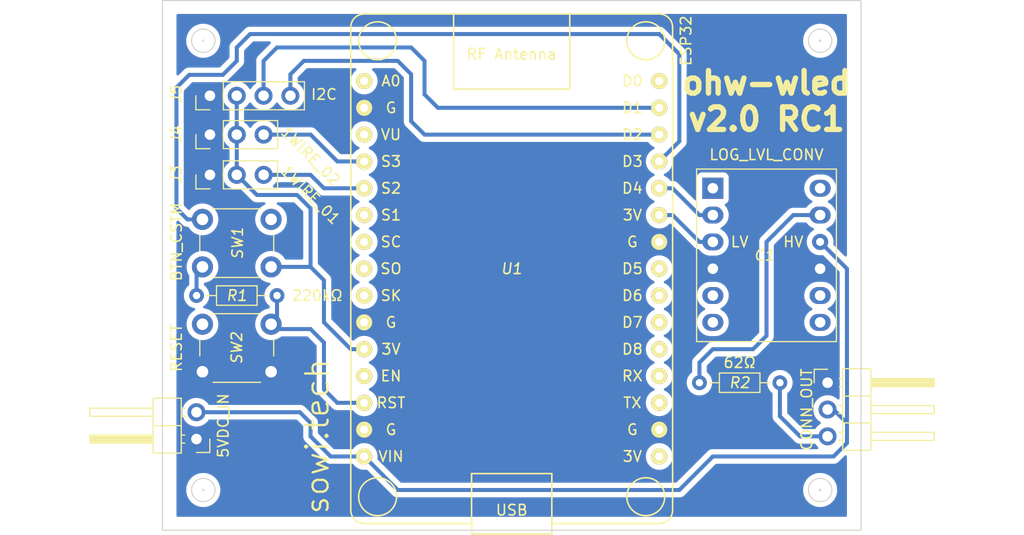
<source format=kicad_pcb>
(kicad_pcb (version 20221018) (generator pcbnew)
  (title_block (title "ohw-led") (date "2023-10-02") (rev "v2.0-RC1") (company "sowi.tech"))
  (layers (0 "F.Cu" signal) (31 "B.Cu" signal) (36 "B.SilkS" user "B.Silkscreen") (37 "F.SilkS" user "F.Silkscreen") (38 "B.Mask" user) (39 "F.Mask" user) (44 "Edge.Cuts" user))
  (net 0 "")
  (net 5 "SIG_OUT_RAW")
  (net 6 "SIG_OUT_3V3DC")
  (net 9 "1WIRE_02")
  (net 10 "I2C_SCL")
  (net 11 "I2C_SDA")
  (net 12 "RST_PUP")
  (net 13 "BTN_DATA")
  (net 14 "SIG_OUT_5VDC")
  (net 15 "1WIRE_01")
  (net 31 "GND")
  (net 32 "5VDC")
  (net 33 "3V3DC")
  (footprint "Resistor_THT:R_Axial_DIN0204_L3.6mm_D1.6mm_P7.62mm_Horizontal" (layer "F.Cu") (at 129.54 123.825)
    (fp_text reference "R2" (at 3.81 0) (layer "F.SilkS") (effects (font (thickness 0.15) italic)))
    (fp_text value "62Ω" (at 3.81 -1.905) (layer "F.SilkS"))
    (fp_line (start 0.94 0) (end 1.89 0) (stroke (width 0.12)) (layer "F.SilkS"))
    (fp_line (start 1.89 -0.92) (end 1.89 0.92) (stroke (width 0.12)) (layer "F.SilkS"))
    (fp_line (start 1.89 0.92) (end 5.73 0.92) (stroke (width 0.12)) (layer "F.SilkS"))
    (fp_line (start 5.73 -0.92) (end 1.89 -0.92) (stroke (width 0.12)) (layer "F.SilkS"))
    (fp_line (start 5.73 0.92) (end 5.73 -0.92) (stroke (width 0.12)) (layer "F.SilkS"))
    (fp_line (start 6.68 0) (end 5.73 0) (stroke (width 0.12)) (layer "F.SilkS"))
    (pad "1" thru_hole circle (at 0 0) (size 1.4 1.4) (drill 0.7) (layers "*.Cu" "*.Mask") (net 5 "SIG_OUT_RAW"))
    (pad "2" thru_hole oval (at 7.62 0) (size 1.4 1.4) (drill 0.7) (layers "*.Cu" "*.Mask") (net 14 "SIG_OUT_5VDC"))
  )
  (footprint "Components:Logic_Level_Converter" (layer "F.Cu") (at 135.89 111.76)
    (fp_text reference "C1" (at -1.27 0 unlocked) (layer "F.SilkS") (effects (font (thickness 0.15) italic) (justify left)))
    (fp_text value "Logic_level_converter")
    (fp_text user "LV" (at -2.54 -1.27 unlocked) (layer "F.SilkS"))
    (fp_text user "HV" (at 2.54 -1.27 unlocked) (layer "F.SilkS"))
    (fp_text user "LOG_LVL_CONV" (at 0 -9.525 unlocked) (layer "F.SilkS"))
    (fp_rect (start -6.62 -8.17) (end 6.62 8.17) (stroke (width 0.12)) (fill none) (layer "F.SilkS"))
    (pad "1" thru_hole rect (at -5.08 -6.35) (size 2 2) (drill 1) (layers "*.Cu" "*.Mask"))
    (pad "2" thru_hole oval (at -5.08 -3.81) (size 2 1.6) (drill 1) (layers "*.Cu" "*.Mask") (net 6 "SIG_OUT_3V3DC"))
    (pad "3" thru_hole oval (at -5.08 -1.27) (size 2 1.6) (drill 1) (layers "*.Cu" "*.Mask") (net 33 "3V3DC"))
    (pad "4" thru_hole oval (at -5.08 1.27) (size 2 1.6) (drill 1) (layers "*.Cu" "*.Mask") (net 31 "GND"))
    (pad "5" thru_hole oval (at -5.08 3.81) (size 2 1.6) (drill 1) (layers "*.Cu" "*.Mask"))
    (pad "6" thru_hole oval (at -5.08 6.35) (size 2 1.6) (drill 1) (layers "*.Cu" "*.Mask"))
    (pad "7" thru_hole oval (at 5.08 -6.35) (size 2 1.6) (drill 1) (layers "*.Cu" "*.Mask"))
    (pad "8" thru_hole oval (at 5.08 -3.81) (size 2 1.6) (drill 1) (layers "*.Cu" "*.Mask") (net 5 "SIG_OUT_RAW"))
    (pad "9" thru_hole circle (at 5.08 -1.27) (size 1.524 1.524) (drill 0.762) (layers "*.Cu" "*.Mask") (net 32 "5VDC"))
    (pad "10" thru_hole oval (at 5.08 1.27) (size 2 1.6) (drill 1) (layers "*.Cu" "*.Mask") (net 31 "GND"))
    (pad "11" thru_hole oval (at 5.08 3.81) (size 2 1.6) (drill 1) (layers "*.Cu" "*.Mask"))
    (pad "12" thru_hole oval (at 5.08 6.35) (size 2 1.6) (drill 1) (layers "*.Cu" "*.Mask"))
  )
  (footprint "Resistor_THT:R_Axial_DIN0204_L3.6mm_D1.6mm_P7.62mm_Horizontal" (layer "F.Cu") (at 81.915 115.57)
    (fp_text reference "R1" (at 3.81 0) (layer "F.SilkS") (effects (font (thickness 0.15) italic)))
    (fp_text value "220kΩ" (at 11.43 0) (layer "F.SilkS"))
    (fp_line (start 0.94 0) (end 1.89 0) (stroke (width 0.12)) (layer "F.SilkS"))
    (fp_line (start 1.89 -0.92) (end 1.89 0.92) (stroke (width 0.12)) (layer "F.SilkS"))
    (fp_line (start 1.89 0.92) (end 5.73 0.92) (stroke (width 0.12)) (layer "F.SilkS"))
    (fp_line (start 5.73 -0.92) (end 1.89 -0.92) (stroke (width 0.12)) (layer "F.SilkS"))
    (fp_line (start 5.73 0.92) (end 5.73 -0.92) (stroke (width 0.12)) (layer "F.SilkS"))
    (fp_line (start 6.68 0) (end 5.73 0) (stroke (width 0.12)) (layer "F.SilkS"))
    (pad "1" thru_hole circle (at 0 0) (size 1.4 1.4) (drill 0.7) (layers "*.Cu" "*.Mask") (net 33 "3V3DC"))
    (pad "2" thru_hole oval (at 7.62 0) (size 1.4 1.4) (drill 0.7) (layers "*.Cu" "*.Mask") (net 12 "RST_PUP"))
  )
  (footprint "Connector_PinHeader_2.54mm:PinHeader_1x04_P2.54mm_Vertical" (layer "F.Cu") (at 83.18 96.647 90)
    (fp_text reference "J5" (at 0.127 -3.17 90) (layer "F.SilkS") (effects (font (thickness 0.15) italic)))
    (fp_text value "I2C_output_01")
    (fp_text user "I2C" (at 0.127 10.8) (layer "F.SilkS"))
    (fp_line (start -1.33 -1.33) (end 0 -1.33) (stroke (width 0.12)) (layer "F.SilkS"))
    (fp_line (start -1.33 0) (end -1.33 -1.33) (stroke (width 0.12)) (layer "F.SilkS"))
    (fp_line (start -1.33 1.27) (end -1.33 8.95) (stroke (width 0.12)) (layer "F.SilkS"))
    (fp_line (start -1.33 1.27) (end 1.33 1.27) (stroke (width 0.12)) (layer "F.SilkS"))
    (fp_line (start -1.33 8.95) (end 1.33 8.95) (stroke (width 0.12)) (layer "F.SilkS"))
    (fp_line (start 1.33 1.27) (end 1.33 8.95) (stroke (width 0.12)) (layer "F.SilkS"))
    (pad "1" thru_hole rect (at 0 0 90) (size 1.7 1.7) (drill 1) (layers "*.Cu" "*.Mask") (net 31 "GND"))
    (pad "2" thru_hole oval (at 0 2.54 90) (size 1.7 1.7) (drill 1) (layers "*.Cu" "*.Mask") (net 33 "3V3DC"))
    (pad "3" thru_hole oval (at 0 5.08 90) (size 1.7 1.7) (drill 1) (layers "*.Cu" "*.Mask") (net 10 "I2C_SCL"))
    (pad "4" thru_hole oval (at 0 7.62 90) (size 1.7 1.7) (drill 1) (layers "*.Cu" "*.Mask") (net 11 "I2C_SDA"))
  )
  (footprint "Connector_PinHeader_2.54mm:PinHeader_1x02_P2.54mm_Horizontal" (layer "F.Cu") (at 81.905 129.159 180)
    (fp_text reference "J0" hide)
    (fp_text value "PinHeader_1x02_P2.54mm_Horizontal")
    (fp_text user "5VDC_IN" (at -2.54 1.27 90) (layer "F.SilkS"))
    (fp_line (start -1.27 -1.27) (end 0 -1.27) (stroke (width 0.12)) (layer "F.SilkS"))
    (fp_line (start -1.27 0) (end -1.27 -1.27) (stroke (width 0.12)) (layer "F.SilkS"))
    (fp_line (start 1.042929 2.16) (end 1.44 2.16) (stroke (width 0.12)) (layer "F.SilkS"))
    (fp_line (start 1.042929 2.92) (end 1.44 2.92) (stroke (width 0.12)) (layer "F.SilkS"))
    (fp_line (start 1.11 -0.38) (end 1.44 -0.38) (stroke (width 0.12)) (layer "F.SilkS"))
    (fp_line (start 1.11 0.38) (end 1.44 0.38) (stroke (width 0.12)) (layer "F.SilkS"))
    (fp_line (start 1.44 -1.33) (end 1.44 3.87) (stroke (width 0.12)) (layer "F.SilkS"))
    (fp_line (start 1.44 1.27) (end 4.1 1.27) (stroke (width 0.12)) (layer "F.SilkS"))
    (fp_line (start 1.44 3.87) (end 4.1 3.87) (stroke (width 0.12)) (layer "F.SilkS"))
    (fp_line (start 4.1 -1.33) (end 1.44 -1.33) (stroke (width 0.12)) (layer "F.SilkS"))
    (fp_line (start 4.1 -0.38) (end 10.1 -0.38) (stroke (width 0.12)) (layer "F.SilkS"))
    (fp_line (start 4.1 -0.32) (end 10.1 -0.32) (stroke (width 0.12)) (layer "F.SilkS"))
    (fp_line (start 4.1 -0.2) (end 10.1 -0.2) (stroke (width 0.12)) (layer "F.SilkS"))
    (fp_line (start 4.1 -0.08) (end 10.1 -0.08) (stroke (width 0.12)) (layer "F.SilkS"))
    (fp_line (start 4.1 0.04) (end 10.1 0.04) (stroke (width 0.12)) (layer "F.SilkS"))
    (fp_line (start 4.1 0.16) (end 10.1 0.16) (stroke (width 0.12)) (layer "F.SilkS"))
    (fp_line (start 4.1 0.28) (end 10.1 0.28) (stroke (width 0.12)) (layer "F.SilkS"))
    (fp_line (start 4.1 2.16) (end 10.1 2.16) (stroke (width 0.12)) (layer "F.SilkS"))
    (fp_line (start 4.1 3.87) (end 4.1 -1.33) (stroke (width 0.12)) (layer "F.SilkS"))
    (fp_line (start 10.1 -0.38) (end 10.1 0.38) (stroke (width 0.12)) (layer "F.SilkS"))
    (fp_line (start 10.1 0.38) (end 4.1 0.38) (stroke (width 0.12)) (layer "F.SilkS"))
    (fp_line (start 10.1 2.16) (end 10.1 2.92) (stroke (width 0.12)) (layer "F.SilkS"))
    (fp_line (start 10.1 2.92) (end 4.1 2.92) (stroke (width 0.12)) (layer "F.SilkS"))
    (pad "1" thru_hole rect (at 0 0 180) (size 1.7 1.7) (drill 1) (layers "*.Cu" "*.Mask") (net 31 "GND"))
    (pad "2" thru_hole oval (at 0 2.54 180) (size 1.7 1.7) (drill 1) (layers "*.Cu" "*.Mask") (net 32 "5VDC"))
  )
  (footprint "ESP8266_Basirk:NodeMCU1.0(12-E)" (layer "F.Cu") (at 111.76 113.03)
    (fp_text reference "U1" (at 0 0) (layer "F.SilkS") (effects (font (thickness 0.15) italic)))
    (fp_text value "NodeMCU_1.0_(ESP-12E)")
    (fp_text user "VIN" (at -11.43 17.78) (layer "F.SilkS"))
    (fp_text user "G" (at -11.43 5.08) (layer "F.SilkS"))
    (fp_text user "D7" (at 11.43 5.08) (layer "F.SilkS"))
    (fp_text user "SC" (at -11.43 -2.54) (layer "F.SilkS"))
    (fp_text user "D2" (at 11.43 -12.7) (layer "F.SilkS"))
    (fp_text user "S3" (at -11.43 -10.16) (layer "F.SilkS"))
    (fp_text user "ESP32" (at 16.51 -21.59 90 unlocked) (layer "F.SilkS"))
    (fp_text user "USB" (at 0 22.86) (layer "F.SilkS"))
    (fp_text user "G" (at -11.43 15.24) (layer "F.SilkS"))
    (fp_text user "D5" (at 11.43 0) (layer "F.SilkS"))
    (fp_text user "SO" (at -11.43 0) (layer "F.SilkS"))
    (fp_text user "A0" (at -11.43 -17.78) (layer "F.SilkS"))
    (fp_text user "D6" (at 11.43 2.54) (layer "F.SilkS"))
    (fp_text user "3V" (at -11.43 7.62) (layer "F.SilkS"))
    (fp_text user "S2" (at -11.43 -7.62) (layer "F.SilkS"))
    (fp_text user "D0" (at 11.43 -17.78) (layer "F.SilkS"))
    (fp_text user "D3" (at 11.43 -10.16) (layer "F.SilkS"))
    (fp_text user "3V" (at 11.43 17.78) (layer "F.SilkS"))
    (fp_text user "G" (at 11.43 15.24) (layer "F.SilkS"))
    (fp_text user "G" (at -11.43 -15.24) (layer "F.SilkS"))
    (fp_text user "D8" (at 11.43 7.62) (layer "F.SilkS"))
    (fp_text user "RF Antenna" (at 0 -20.32) (layer "F.SilkS"))
    (fp_text user "SK" (at -11.43 2.54) (layer "F.SilkS"))
    (fp_text user "RST" (at -11.43 12.7) (layer "F.SilkS"))
    (fp_text user "G" (at 11.43 -2.54) (layer "F.SilkS"))
    (fp_text user "3V" (at 11.43 -5.08) (layer "F.SilkS"))
    (fp_text user "S1" (at -11.43 -5.08) (layer "F.SilkS"))
    (fp_text user "TX" (at 11.43 12.7) (layer "F.SilkS"))
    (fp_text user "D4" (at 11.43 -7.62) (layer "F.SilkS"))
    (fp_text user "RX" (at 11.43 10.16) (layer "F.SilkS"))
    (fp_text user "D1" (at 11.43 -15.24) (layer "F.SilkS"))
    (fp_text user "VU" (at -11.43 -12.7) (layer "F.SilkS"))
    (fp_text user "EN" (at -11.43 10.16) (layer "F.SilkS"))
    (fp_line (start -15.24 -22.86) (end -15.24 22.86) (stroke (width 0.15)) (layer "F.SilkS"))
    (fp_line (start -5.5 -17) (end -5.5 -24.13) (stroke (width 0.15)) (layer "F.SilkS"))
    (fp_line (start -3.8 19.4) (end 3.8 19.4) (stroke (width 0.15)) (layer "F.SilkS"))
    (fp_line (start -3.8 24.13) (end -13.97 24.13) (stroke (width 0.15)) (layer "F.SilkS"))
    (fp_line (start -3.8 25.13) (end -3.8 19.4) (stroke (width 0.15)) (layer "F.SilkS"))
    (fp_line (start 3.8 19.4) (end 3.8 25.13) (stroke (width 0.15)) (layer "F.SilkS"))
    (fp_line (start 3.8 25.13) (end -3.8 25.13) (stroke (width 0.15)) (layer "F.SilkS"))
    (fp_line (start 5.5 -24.13) (end 5.5 -17) (stroke (width 0.15)) (layer "F.SilkS"))
    (fp_line (start 5.5 -17) (end -5.5 -17) (stroke (width 0.15)) (layer "F.SilkS"))
    (fp_line (start 13.97 -24.13) (end -13.97 -24.13) (stroke (width 0.15)) (layer "F.SilkS"))
    (fp_line (start 13.98 24.13) (end 3.81 24.13) (stroke (width 0.15)) (layer "F.SilkS"))
    (fp_line (start 15.24 -22.86) (end 15.24 22.86) (stroke (width 0.15)) (layer "F.SilkS"))
    (fp_arc (start -15.24 -22.86) (mid -14.868026 -23.758026) (end -13.97 -24.13) (stroke (width 0.15)) (layer "F.SilkS"))
    (fp_arc (start -13.97 24.13) (mid -14.868026 23.758026) (end -15.24 22.86) (stroke (width 0.15)) (layer "F.SilkS"))
    (fp_arc (start 13.97 -24.13) (mid 14.868026 -23.758026) (end 15.24 -22.86) (stroke (width 0.15)) (layer "F.SilkS"))
    (fp_arc (start 15.24 22.86) (mid 14.868026 23.758026) (end 13.97 24.13) (stroke (width 0.15)) (layer "F.SilkS"))
    (fp_circle (center -12.7 -21.59) (end -11.43 -22.86) (stroke (width 0.15)) (fill none) (layer "F.SilkS"))
    (fp_circle (center -12.7 21.59) (end -11.43 20.32) (stroke (width 0.15)) (fill none) (layer "F.SilkS"))
    (fp_circle (center 12.7 -21.59) (end 13.97 -22.86) (stroke (width 0.15)) (fill none) (layer "F.SilkS"))
    (fp_circle (center 12.7 21.59) (end 13.97 20.32) (stroke (width 0.15)) (fill none) (layer "F.SilkS"))
    (pad "1" thru_hole circle (at -13.97 -17.78) (size 1.524 1.524) (drill 0.762) (layers "*.Cu" "*.Mask" "F.SilkS"))
    (pad "2" thru_hole circle (at -13.97 -15.24) (size 1.524 1.524) (drill 0.762) (layers "*.Cu" "*.Mask" "F.SilkS") (net 31 "GND"))
    (pad "3" thru_hole circle (at -13.97 -12.7) (size 1.524 1.524) (drill 0.762) (layers "*.Cu" "*.Mask" "F.SilkS"))
    (pad "4" thru_hole circle (at -13.97 -10.16) (size 1.524 1.524) (drill 0.762) (layers "*.Cu" "*.Mask" "F.SilkS") (net 9 "1WIRE_02"))
    (pad "5" thru_hole circle (at -13.97 -7.62) (size 1.524 1.524) (drill 0.762) (layers "*.Cu" "*.Mask" "F.SilkS") (net 15 "1WIRE_01"))
    (pad "6" thru_hole circle (at -13.97 -5.08) (size 1.524 1.524) (drill 0.762) (layers "*.Cu" "*.Mask" "F.SilkS"))
    (pad "7" thru_hole circle (at -13.97 -2.54) (size 1.524 1.524) (drill 0.762) (layers "*.Cu" "*.Mask" "F.SilkS"))
    (pad "8" thru_hole circle (at -13.97 0) (size 1.524 1.524) (drill 0.762) (layers "*.Cu" "*.Mask" "F.SilkS"))
    (pad "9" thru_hole circle (at -13.97 2.54) (size 1.524 1.524) (drill 0.762) (layers "*.Cu" "*.Mask" "F.SilkS"))
    (pad "10" thru_hole circle (at -13.97 5.08) (size 1.524 1.524) (drill 0.762) (layers "*.Cu" "*.Mask" "F.SilkS") (net 31 "GND"))
    (pad "11" thru_hole circle (at -13.97 7.62) (size 1.524 1.524) (drill 0.762) (layers "*.Cu" "*.Mask" "F.SilkS") (net 33 "3V3DC"))
    (pad "12" thru_hole circle (at -13.97 10.16) (size 1.524 1.524) (drill 0.762) (layers "*.Cu" "*.Mask" "F.SilkS"))
    (pad "13" thru_hole circle (at -13.97 12.7) (size 1.524 1.524) (drill 0.762) (layers "*.Cu" "*.Mask" "F.SilkS") (net 12 "RST_PUP"))
    (pad "14" thru_hole circle (at -13.97 15.24) (size 1.524 1.524) (drill 0.762) (layers "*.Cu" "*.Mask" "F.SilkS") (net 31 "GND"))
    (pad "15" thru_hole circle (at -13.97 17.78) (size 1.524 1.524) (drill 0.762) (layers "*.Cu" "*.Mask" "F.SilkS") (net 32 "5VDC"))
    (pad "16" thru_hole circle (at 13.97 17.78) (size 1.524 1.524) (drill 0.762) (layers "*.Cu" "*.Mask" "F.SilkS"))
    (pad "17" thru_hole circle (at 13.97 15.24) (size 1.524 1.524) (drill 0.762) (layers "*.Cu" "*.Mask" "F.SilkS") (net 31 "GND"))
    (pad "18" thru_hole circle (at 13.97 12.7) (size 1.524 1.524) (drill 0.762) (layers "*.Cu" "*.Mask" "F.SilkS"))
    (pad "19" thru_hole circle (at 13.97 10.16) (size 1.524 1.524) (drill 0.762) (layers "*.Cu" "*.Mask" "F.SilkS"))
    (pad "20" thru_hole circle (at 13.97 7.62) (size 1.524 1.524) (drill 0.762) (layers "*.Cu" "*.Mask" "F.SilkS"))
    (pad "21" thru_hole circle (at 13.97 5.08) (size 1.524 1.524) (drill 0.762) (layers "*.Cu" "*.Mask" "F.SilkS"))
    (pad "22" thru_hole circle (at 13.97 2.54) (size 1.524 1.524) (drill 0.762) (layers "*.Cu" "*.Mask" "F.SilkS"))
    (pad "23" thru_hole circle (at 13.97 0) (size 1.524 1.524) (drill 0.762) (layers "*.Cu" "*.Mask" "F.SilkS"))
    (pad "24" thru_hole circle (at 13.97 -2.54) (size 1.524 1.524) (drill 0.762) (layers "*.Cu" "*.Mask" "F.SilkS") (net 31 "GND"))
    (pad "25" thru_hole circle (at 13.97 -5.08) (size 1.524 1.524) (drill 0.762) (layers "*.Cu" "*.Mask" "F.SilkS") (net 33 "3V3DC"))
    (pad "26" thru_hole circle (at 13.97 -7.62) (size 1.524 1.524) (drill 0.762) (layers "*.Cu" "*.Mask" "F.SilkS") (net 6 "SIG_OUT_3V3DC"))
    (pad "27" thru_hole circle (at 13.97 -10.16) (size 1.524 1.524) (drill 0.762) (layers "*.Cu" "*.Mask" "F.SilkS") (net 13 "BTN_DATA"))
    (pad "28" thru_hole circle (at 13.97 -12.7) (size 1.524 1.524) (drill 0.762) (layers "*.Cu" "*.Mask" "F.SilkS") (net 11 "I2C_SDA"))
    (pad "29" thru_hole circle (at 13.97 -15.24) (size 1.524 1.524) (drill 0.762) (layers "*.Cu" "*.Mask" "F.SilkS") (net 10 "I2C_SCL"))
    (pad "30" thru_hole circle (at 13.97 -17.78) (size 1.524 1.524) (drill 0.762) (layers "*.Cu" "*.Mask" "F.SilkS"))
  )
  (footprint "Connector_PinHeader_2.54mm:PinHeader_1x03_P2.54mm_Vertical" (layer "F.Cu") (at 83.185 104.14 90)
    (fp_text reference "J3" (at 0 -3.175 90) (layer "F.SilkS") (effects (font (thickness 0.15) italic)))
    (fp_text value "1Wire_output_01" hide)
    (fp_text user "1WIRE_01" (at -1.905 9.525 315) (layer "F.SilkS"))
    (fp_line (start -1.33 -1.33) (end 0 -1.33) (stroke (width 0.12)) (layer "F.SilkS"))
    (fp_line (start -1.33 0) (end -1.33 -1.33) (stroke (width 0.12)) (layer "F.SilkS"))
    (fp_line (start -1.33 1.27) (end -1.33 6.41) (stroke (width 0.12)) (layer "F.SilkS"))
    (fp_line (start -1.33 1.27) (end 1.33 1.27) (stroke (width 0.12)) (layer "F.SilkS"))
    (fp_line (start -1.33 6.41) (end 1.33 6.41) (stroke (width 0.12)) (layer "F.SilkS"))
    (fp_line (start 1.33 1.27) (end 1.33 6.41) (stroke (width 0.12)) (layer "F.SilkS"))
    (pad "1" thru_hole rect (at 0 0 90) (size 1.7 1.7) (drill 1) (layers "*.Cu" "*.Mask") (net 31 "GND"))
    (pad "2" thru_hole oval (at 0 2.54 90) (size 1.7 1.7) (drill 1) (layers "*.Cu" "*.Mask") (net 33 "3V3DC"))
    (pad "3" thru_hole oval (at 0 5.08 90) (size 1.7 1.7) (drill 1) (layers "*.Cu" "*.Mask") (net 15 "1WIRE_01"))
  )
  (footprint "Button_Switch_THT:SW_PUSH_6mm" (layer "F.Cu") (at 88.9738 122.7878 180)
    (fp_text reference "SW2" (at 3.25 2.25 90) (layer "F.SilkS") (effects (font (thickness 0.15) italic)))
    (fp_text value "SW_Push")
    (fp_text user "RESET" (at 8.965 2.25 90) (layer "F.SilkS"))
    (fp_line (start -0.25 1.5) (end -0.25 3) (stroke (width 0.12)) (layer "F.SilkS"))
    (fp_line (start 1 5.5) (end 5.5 5.5) (stroke (width 0.12)) (layer "F.SilkS"))
    (fp_line (start 5.5 -1) (end 1 -1) (stroke (width 0.12)) (layer "F.SilkS"))
    (fp_line (start 6.75 3) (end 6.75 1.5) (stroke (width 0.12)) (layer "F.SilkS"))
    (pad "1" thru_hole circle (at 0 0 270) (size 2 2) (drill 1.1) (layers "*.Cu" "*.Mask") (net 31 "GND"))
    (pad "1" thru_hole circle (at 6.5 0 270) (size 2 2) (drill 1.1) (layers "*.Cu" "*.Mask") (net 31 "GND"))
    (pad "2" thru_hole circle (at 0 4.5 270) (size 2 2) (drill 1.1) (layers "*.Cu" "*.Mask") (net 12 "RST_PUP"))
    (pad "2" thru_hole circle (at 6.5 4.5 270) (size 2 2) (drill 1.1) (layers "*.Cu" "*.Mask") (net 12 "RST_PUP"))
  )
  (footprint "Connector_PinHeader_2.54mm:PinHeader_1x03_P2.54mm_Horizontal" (layer "F.Cu") (at 141.675 123.825)
    (fp_text reference "J1" hide)
    (fp_text value "PinHeader_1x03_P2.54mm_Horizontal")
    (fp_text user "CONN_OUT" (at -1.975 2.54 -90) (layer "F.SilkS"))
    (fp_line (start -1.27 -1.27) (end 0 -1.27) (stroke (width 0.12)) (layer "F.SilkS"))
    (fp_line (start -1.27 0) (end -1.27 -1.27) (stroke (width 0.12)) (layer "F.SilkS"))
    (fp_line (start 1.042929 2.16) (end 1.44 2.16) (stroke (width 0.12)) (layer "F.SilkS"))
    (fp_line (start 1.042929 2.92) (end 1.44 2.92) (stroke (width 0.12)) (layer "F.SilkS"))
    (fp_line (start 1.042929 4.7) (end 1.44 4.7) (stroke (width 0.12)) (layer "F.SilkS"))
    (fp_line (start 1.042929 5.46) (end 1.44 5.46) (stroke (width 0.12)) (layer "F.SilkS"))
    (fp_line (start 1.11 -0.38) (end 1.44 -0.38) (stroke (width 0.12)) (layer "F.SilkS"))
    (fp_line (start 1.11 0.38) (end 1.44 0.38) (stroke (width 0.12)) (layer "F.SilkS"))
    (fp_line (start 1.44 -1.33) (end 1.44 6.41) (stroke (width 0.12)) (layer "F.SilkS"))
    (fp_line (start 1.44 1.27) (end 4.1 1.27) (stroke (width 0.12)) (layer "F.SilkS"))
    (fp_line (start 1.44 3.81) (end 4.1 3.81) (stroke (width 0.12)) (layer "F.SilkS"))
    (fp_line (start 1.44 6.41) (end 4.1 6.41) (stroke (width 0.12)) (layer "F.SilkS"))
    (fp_line (start 4.1 -1.33) (end 1.44 -1.33) (stroke (width 0.12)) (layer "F.SilkS"))
    (fp_line (start 4.1 -0.38) (end 10.1 -0.38) (stroke (width 0.12)) (layer "F.SilkS"))
    (fp_line (start 4.1 -0.32) (end 10.1 -0.32) (stroke (width 0.12)) (layer "F.SilkS"))
    (fp_line (start 4.1 -0.2) (end 10.1 -0.2) (stroke (width 0.12)) (layer "F.SilkS"))
    (fp_line (start 4.1 -0.08) (end 10.1 -0.08) (stroke (width 0.12)) (layer "F.SilkS"))
    (fp_line (start 4.1 0.04) (end 10.1 0.04) (stroke (width 0.12)) (layer "F.SilkS"))
    (fp_line (start 4.1 0.16) (end 10.1 0.16) (stroke (width 0.12)) (layer "F.SilkS"))
    (fp_line (start 4.1 0.28) (end 10.1 0.28) (stroke (width 0.12)) (layer "F.SilkS"))
    (fp_line (start 4.1 2.16) (end 10.1 2.16) (stroke (width 0.12)) (layer "F.SilkS"))
    (fp_line (start 4.1 4.7) (end 10.1 4.7) (stroke (width 0.12)) (layer "F.SilkS"))
    (fp_line (start 4.1 6.41) (end 4.1 -1.33) (stroke (width 0.12)) (layer "F.SilkS"))
    (fp_line (start 10.1 -0.38) (end 10.1 0.38) (stroke (width 0.12)) (layer "F.SilkS"))
    (fp_line (start 10.1 0.38) (end 4.1 0.38) (stroke (width 0.12)) (layer "F.SilkS"))
    (fp_line (start 10.1 2.16) (end 10.1 2.92) (stroke (width 0.12)) (layer "F.SilkS"))
    (fp_line (start 10.1 2.92) (end 4.1 2.92) (stroke (width 0.12)) (layer "F.SilkS"))
    (fp_line (start 10.1 4.7) (end 10.1 5.46) (stroke (width 0.12)) (layer "F.SilkS"))
    (fp_line (start 10.1 5.46) (end 4.1 5.46) (stroke (width 0.12)) (layer "F.SilkS"))
    (pad "1" thru_hole rect (at 0 0) (size 1.7 1.7) (drill 1) (layers "*.Cu" "*.Mask") (net 31 "GND"))
    (pad "2" thru_hole oval (at 0 2.54) (size 1.7 1.7) (drill 1) (layers "*.Cu" "*.Mask") (net 32 "5VDC"))
    (pad "3" thru_hole oval (at 0 5.08) (size 1.7 1.7) (drill 1) (layers "*.Cu" "*.Mask") (net 14 "SIG_OUT_5VDC"))
  )
  (footprint "Button_Switch_THT:SW_PUSH_6mm" (layer "F.Cu") (at 88.9738 112.8564 180)
    (fp_text reference "SW1" (at 3.175 2.25 90) (layer "F.SilkS") (effects (font (thickness 0.15) italic)))
    (fp_text value "SW_Push")
    (fp_text user "BTN_CSTM" (at 8.9638 2.3664 90) (layer "F.SilkS"))
    (fp_line (start -0.25 1.5) (end -0.25 3) (stroke (width 0.12)) (layer "F.SilkS"))
    (fp_line (start 1 5.5) (end 5.5 5.5) (stroke (width 0.12)) (layer "F.SilkS"))
    (fp_line (start 5.5 -1) (end 1 -1) (stroke (width 0.12)) (layer "F.SilkS"))
    (fp_line (start 6.75 3) (end 6.75 1.5) (stroke (width 0.12)) (layer "F.SilkS"))
    (pad "1" thru_hole circle (at 0 0 270) (size 2 2) (drill 1.1) (layers "*.Cu" "*.Mask") (net 33 "3V3DC"))
    (pad "1" thru_hole circle (at 6.5 0 270) (size 2 2) (drill 1.1) (layers "*.Cu" "*.Mask") (net 33 "3V3DC"))
    (pad "2" thru_hole circle (at 0 4.5 270) (size 2 2) (drill 1.1) (layers "*.Cu" "*.Mask") (net 13 "BTN_DATA"))
    (pad "2" thru_hole circle (at 6.5 4.5 270) (size 2 2) (drill 1.1) (layers "*.Cu" "*.Mask") (net 13 "BTN_DATA"))
  )
  (footprint "Connector_PinHeader_2.54mm:PinHeader_1x03_P2.54mm_Vertical" (layer "F.Cu") (at 83.185 100.33 90)
    (fp_text reference "J4" (at 0 -3.175 90) (layer "F.SilkS") (effects (font (thickness 0.15) italic)))
    (fp_text value "1Wire_output_02")
    (fp_text user "1WIRE_02" (at -2.032 9.525 315) (layer "F.SilkS"))
    (fp_line (start -1.33 -1.33) (end 0 -1.33) (stroke (width 0.12)) (layer "F.SilkS"))
    (fp_line (start -1.33 0) (end -1.33 -1.33) (stroke (width 0.12)) (layer "F.SilkS"))
    (fp_line (start -1.33 1.27) (end -1.33 6.41) (stroke (width 0.12)) (layer "F.SilkS"))
    (fp_line (start -1.33 1.27) (end 1.33 1.27) (stroke (width 0.12)) (layer "F.SilkS"))
    (fp_line (start -1.33 6.41) (end 1.33 6.41) (stroke (width 0.12)) (layer "F.SilkS"))
    (fp_line (start 1.33 1.27) (end 1.33 6.41) (stroke (width 0.12)) (layer "F.SilkS"))
    (pad "1" thru_hole rect (at 0 0 90) (size 1.7 1.7) (drill 1) (layers "*.Cu" "*.Mask") (net 31 "GND"))
    (pad "2" thru_hole oval (at 0 2.54 90) (size 1.7 1.7) (drill 1) (layers "*.Cu" "*.Mask") (net 33 "3V3DC"))
    (pad "3" thru_hole oval (at 0 5.08 90) (size 1.7 1.7) (drill 1) (layers "*.Cu" "*.Mask") (net 9 "1WIRE_02"))
  )
  (gr_circle (center 140.97 133.985) (end 142.079 133.985) (stroke (width 0.1)) (fill none) (layer "Edge.Cuts"))
  (gr_circle (center 140.97 91.44) (end 142.079 91.44) (stroke (width 0.1)) (fill none) (layer "Edge.Cuts"))
  (gr_circle (center 82.55 133.985) (end 83.659 133.985) (stroke (width 0.1)) (fill none) (layer "Edge.Cuts"))
  (gr_circle (center 82.55 133.985) (end 82.6434 133.985) (stroke (width 0.05)) (fill solid) (layer "Edge.Cuts"))
  (gr_circle (center 82.55 91.44) (end 82.6434 91.44) (stroke (width 0.05)) (fill solid) (layer "Edge.Cuts"))
  (gr_circle (center 82.55 91.44) (end 83.659 91.44) (stroke (width 0.1)) (fill none) (layer "Edge.Cuts"))
  (gr_rect (start 78.68 87.63) (end 144.84 137.8) (stroke (width 0.1)) (fill none) (layer "Edge.Cuts"))
  (gr_circle (center 140.97 91.44) (end 141.0634 91.44) (stroke (width 0.05)) (fill solid) (layer "Edge.Cuts"))
  (gr_circle (center 140.97 133.985) (end 141.0634 133.985) (stroke (width 0.05)) (fill solid) (layer "Edge.Cuts"))
  (gr_text "sowi.tech" (at 93.345 128.905 90) (layer "F.SilkS") (effects (font (size 2.137 2.137) (thickness 0.2137) bold)))
  (gr_text "ohw-wled\nv2.0 RC1" (at 135.89 97.155) (layer "F.SilkS") (effects (font (size 2.137 2.137) (thickness 0.508) bold)))
  (segment (start 130.81 120.65) (end 129.54 121.92) (width 0.381) (layer "B.Cu") (net 5))
  (segment (start 135.89 110.49) (end 135.89 119.38) (width 0.381) (layer "B.Cu") (net 5))
  (segment (start 135.89 119.38) (end 134.62 120.65) (width 0.381) (layer "B.Cu") (net 5))
  (segment (start 129.54 121.92) (end 129.54 123.825) (width 0.381) (layer "B.Cu") (net 5))
  (segment (start 140.97 107.95) (end 138.43 107.95) (width 0.381) (layer "B.Cu") (net 5))
  (segment (start 138.43 107.95) (end 135.89 110.49) (width 0.381) (layer "B.Cu") (net 5))
  (segment (start 134.62 120.65) (end 130.81 120.65) (width 0.381) (layer "B.Cu") (net 5))
  (segment (start 129.54 107.95) (end 130.81 107.95) (width 0.381) (layer "B.Cu") (net 6))
  (segment (start 125.73 105.41) (end 127 105.41) (width 0.381) (layer "B.Cu") (net 6))
  (segment (start 127 105.41) (end 129.54 107.95) (width 0.381) (layer "B.Cu") (net 6))
  (segment (start 95.25 102.87) (end 97.79 102.87) (width 0.381) (layer "B.Cu") (net 9))
  (segment (start 88.265 100.33) (end 92.71 100.33) (width 0.381) (layer "B.Cu") (net 9))
  (segment (start 92.71 100.33) (end 95.25 102.87) (width 0.381) (layer "B.Cu") (net 9))
  (segment (start 88.26 93.35) (end 89.535 92.075) (width 0.381) (layer "B.Cu") (net 10))
  (segment (start 103.505 96.52) (end 104.775 97.79) (width 0.381) (layer "B.Cu") (net 10))
  (segment (start 103.505 93.345) (end 103.505 96.52) (width 0.381) (layer "B.Cu") (net 10))
  (segment (start 104.775 97.79) (end 125.73 97.79) (width 0.381) (layer "B.Cu") (net 10))
  (segment (start 102.235 92.075) (end 103.505 93.345) (width 0.381) (layer "B.Cu") (net 10))
  (segment (start 88.26 96.647) (end 88.26 93.35) (width 0.381) (layer "B.Cu") (net 10))
  (segment (start 89.535 92.075) (end 102.235 92.075) (width 0.381) (layer "B.Cu") (net 10))
  (segment (start 92.075 93.345) (end 100.965 93.345) (width 0.381) (layer "B.Cu") (net 11))
  (segment (start 90.8 94.62) (end 92.075 93.345) (width 0.381) (layer "B.Cu") (net 11))
  (segment (start 103.505 100.33) (end 125.73 100.33) (width 0.381) (layer "B.Cu") (net 11))
  (segment (start 100.965 93.345) (end 102.235 94.615) (width 0.381) (layer "B.Cu") (net 11))
  (segment (start 90.8 96.647) (end 90.8 94.62) (width 0.381) (layer "B.Cu") (net 11))
  (segment (start 102.235 99.06) (end 103.505 100.33) (width 0.381) (layer "B.Cu") (net 11))
  (segment (start 102.235 94.615) (end 102.235 99.06) (width 0.381) (layer "B.Cu") (net 11))
  (segment (start 89.535 117.84) (end 88.975 118.4) (width 0.2) (layer "F.Cu") (net 12))
  (segment (start 89.32 118.745) (end 88.975 118.4) (width 0.2) (layer "F.Cu") (net 12))
  (segment (start 97.79 125.73) (end 95.25 125.73) (width 0.381) (layer "B.Cu") (net 12))
  (segment (start 93.98 124.46) (end 93.98 120.015) (width 0.381) (layer "B.Cu") (net 12))
  (segment (start 95.25 125.73) (end 93.98 124.46) (width 0.381) (layer "B.Cu") (net 12))
  (segment (start 93.98 120.015) (end 92.71 118.745) (width 0.381) (layer "B.Cu") (net 12))
  (segment (start 89.535 115.57) (end 89.535 117.84) (width 0.381) (layer "B.Cu") (net 12))
  (segment (start 92.71 118.745) (end 89.32 118.745) (width 0.381) (layer "B.Cu") (net 12))
  (segment (start 85.725 92.075) (end 86.995 90.805) (width 0.381) (layer "B.Cu") (net 13))
  (segment (start 82.4738 108.3564) (end 81.0514 108.3564) (width 0.381) (layer "B.Cu") (net 13))
  (segment (start 81.2245 94.6705) (end 84.3995 94.6705) (width 0.381) (layer "B.Cu") (net 13))
  (segment (start 81.0514 108.3564) (end 80.01 107.315) (width 0.381) (layer "B.Cu") (net 13))
  (segment (start 80.01 95.885) (end 81.2245 94.6705) (width 0.381) (layer "B.Cu") (net 13))
  (segment (start 86.995 90.805) (end 125.73 90.805) (width 0.381) (layer "B.Cu") (net 13))
  (segment (start 84.3995 94.6705) (end 85.725 93.345) (width 0.381) (layer "B.Cu") (net 13))
  (segment (start 80.01 107.315) (end 80.01 95.885) (width 0.381) (layer "B.Cu") (net 13))
  (segment (start 85.725 93.345) (end 85.725 92.075) (width 0.381) (layer "B.Cu") (net 13))
  (segment (start 125.73 90.805) (end 127.635 92.71) (width 0.381) (layer "B.Cu") (net 13))
  (segment (start 127.635 92.71) (end 127.635 100.965) (width 0.381) (layer "B.Cu") (net 13))
  (segment (start 127.635 100.965) (end 125.73 102.87) (width 0.381) (layer "B.Cu") (net 13))
  (segment (start 137.16 127) (end 139.065 128.905) (width 0.381) (layer "B.Cu") (net 14))
  (segment (start 137.16 123.825) (end 137.16 127) (width 0.381) (layer "B.Cu") (net 14))
  (segment (start 139.065 128.905) (end 141.675 128.905) (width 0.381) (layer "B.Cu") (net 14))
  (segment (start 93.98 105.41) (end 97.79 105.41) (width 0.381) (layer "B.Cu") (net 15))
  (segment (start 92.71 104.14) (end 93.98 105.41) (width 0.381) (layer "B.Cu") (net 15))
  (segment (start 88.265 104.14) (end 92.71 104.14) (width 0.381) (layer "B.Cu") (net 15))
  (segment (start 82.159 128.905) (end 81.905 129.159) (width 0.2) (layer "F.Cu") (net 31))
  (segment (start 142.24 126.365) (end 141.675 126.365) (width 0.2) (layer "F.Cu") (net 32))
  (segment (start 100.965 133.985) (end 127.635 133.985) (width 0.381) (layer "B.Cu") (net 32))
  (segment (start 97.79 130.81) (end 94.615 130.81) (width 0.381) (layer "B.Cu") (net 32))
  (segment (start 97.79 130.81) (end 100.965 133.985) (width 0.381) (layer "B.Cu") (net 32))
  (segment (start 130.81 130.81) (end 142.24 130.81) (width 0.381) (layer "B.Cu") (net 32))
  (segment (start 81.905 126.619) (end 91.694 126.619) (width 0.381) (layer "B.Cu") (net 32))
  (segment (start 142.24 130.81) (end 143.51 129.54) (width 0.381) (layer "B.Cu") (net 32))
  (segment (start 143.51 113.03) (end 143.51 127.635) (width 0.381) (layer "B.Cu") (net 32))
  (segment (start 92.71 127.635) (end 92.71 128.905) (width 0.381) (layer "B.Cu") (net 32))
  (segment (start 143.51 127.635) (end 142.24 126.365) (width 0.381) (layer "B.Cu") (net 32))
  (segment (start 140.97 110.49) (end 143.51 113.03) (width 0.381) (layer "B.Cu") (net 32))
  (segment (start 143.51 129.54) (end 143.51 127.635) (width 0.381) (layer "B.Cu") (net 32))
  (segment (start 127.635 133.985) (end 130.81 130.81) (width 0.381) (layer "B.Cu") (net 32))
  (segment (start 91.694 126.619) (end 92.71 127.635) (width 0.381) (layer "B.Cu") (net 32))
  (segment (start 94.615 130.81) (end 92.71 128.905) (width 0.381) (layer "B.Cu") (net 32))
  (segment (start 85.72 100.325) (end 85.725 100.33) (width 0.2) (layer "F.Cu") (net 33))
  (segment (start 81.915 113.4152) (end 82.4738 112.8564) (width 0.2) (layer "F.Cu") (net 33))
  (segment (start 92.71 107.315) (end 92.71 112.8564) (width 0.381) (layer "B.Cu") (net 33))
  (segment (start 125.73 107.95) (end 127 107.95) (width 0.381) (layer "B.Cu") (net 33))
  (segment (start 92.71 112.8564) (end 93.98 114.1264) (width 0.381) (layer "B.Cu") (net 33))
  (segment (start 87.63 106.045) (end 91.44 106.045) (width 0.381) (layer "B.Cu") (net 33))
  (segment (start 85.72 96.647) (end 85.72 100.325) (width 0.381) (layer "B.Cu") (net 33))
  (segment (start 91.44 106.045) (end 92.71 107.315) (width 0.381) (layer "B.Cu") (net 33))
  (segment (start 92.71 112.8564) (end 88.9738 112.8564) (width 0.381) (layer "B.Cu") (net 33))
  (segment (start 85.725 100.33) (end 85.725 104.14) (width 0.381) (layer "B.Cu") (net 33))
  (segment (start 96.52 120.65) (end 97.79 120.65) (width 0.381) (layer "B.Cu") (net 33))
  (segment (start 127 107.95) (end 129.54 110.49) (width 0.381) (layer "B.Cu") (net 33))
  (segment (start 93.98 118.11) (end 96.52 120.65) (width 0.381) (layer "B.Cu") (net 33))
  (segment (start 81.915 115.57) (end 81.915 113.4152) (width 0.381) (layer "B.Cu") (net 33))
  (segment (start 85.725 104.14) (end 87.63 106.045) (width 0.381) (layer "B.Cu") (net 33))
  (segment (start 93.98 114.1264) (end 93.98 118.11) (width 0.381) (layer "B.Cu") (net 33))
  (segment (start 129.54 110.49) (end 130.81 110.49) (width 0.381) (layer "B.Cu") (net 33))
  (zone (net 31) (net_name "GND") (layer "B.Cu") (name "GND") (priority 1) (connect_pads yes (clearance 0.5)) (min_thickness 0.25) (fill yes (thermal_gap 0.5) (thermal_bridge_width 0.5))
    (polygon (pts (xy 80.01 88.9) (xy 143.51 88.9) (xy 143.51 136.525) (xy 80.01 136.525)))
  )
)
</source>
